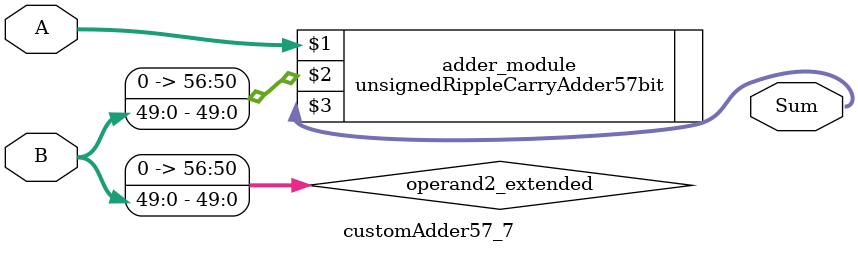
<source format=v>
module customAdder57_7(
                        input [56 : 0] A,
                        input [49 : 0] B,
                        
                        output [57 : 0] Sum
                );

        wire [56 : 0] operand2_extended;
        
        assign operand2_extended =  {7'b0, B};
        
        unsignedRippleCarryAdder57bit adder_module(
            A,
            operand2_extended,
            Sum
        );
        
        endmodule
        
</source>
